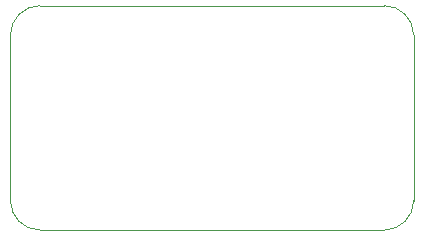
<source format=gm1>
%TF.GenerationSoftware,KiCad,Pcbnew,8.0.3*%
%TF.CreationDate,2024-06-23T18:20:20+02:00*%
%TF.ProjectId,PCF2131-breakout,50434632-3133-4312-9d62-7265616b6f75,rev?*%
%TF.SameCoordinates,Original*%
%TF.FileFunction,Profile,NP*%
%FSLAX46Y46*%
G04 Gerber Fmt 4.6, Leading zero omitted, Abs format (unit mm)*
G04 Created by KiCad (PCBNEW 8.0.3) date 2024-06-23 18:20:20*
%MOMM*%
%LPD*%
G01*
G04 APERTURE LIST*
%TA.AperFunction,Profile*%
%ADD10C,0.050000*%
%TD*%
G04 APERTURE END LIST*
D10*
X99500000Y-63000000D02*
X128650000Y-63000000D01*
X131150000Y-65500000D02*
X131150000Y-79500000D01*
X128650000Y-82000000D02*
X99500000Y-82000000D01*
X97000000Y-79500000D02*
X97000000Y-65500000D01*
X128650000Y-63000000D02*
G75*
G02*
X131150000Y-65500000I0J-2500000D01*
G01*
X131150000Y-79500000D02*
G75*
G02*
X128650000Y-82000000I-2500000J0D01*
G01*
X97000000Y-65500000D02*
G75*
G02*
X99500000Y-63000000I2500000J0D01*
G01*
X99500000Y-82000000D02*
G75*
G02*
X97000000Y-79500000I0J2500000D01*
G01*
M02*

</source>
